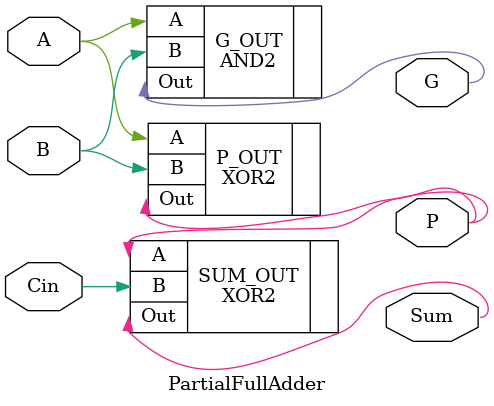
<source format=v>
`timescale 1ns/1ns

module PartialFullAdder(A, B, Cin, Sum, G, P);

input A, B, Cin;
output Sum, G, P;

AND2 G_OUT(.A(A), .B(B), .Out(G));
XOR2 P_OUT(.A(A), .B(B), .Out(P));
XOR2 SUM_OUT(.A(P), .B(Cin), .Out(Sum));

endmodule
</source>
